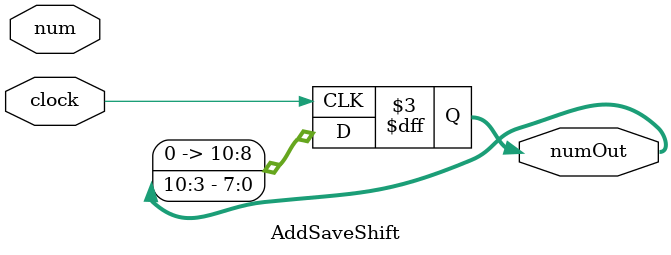
<source format=v>
`timescale 1ns / 1ps

module AddSaveShift(input clock, input [7:0] num, output reg [10:0] numOut);

always @(posedge(clock)) begin
        numOut <= numOut + num;
        numOut <= numOut[10:3];
end // always block
endmodule
</source>
